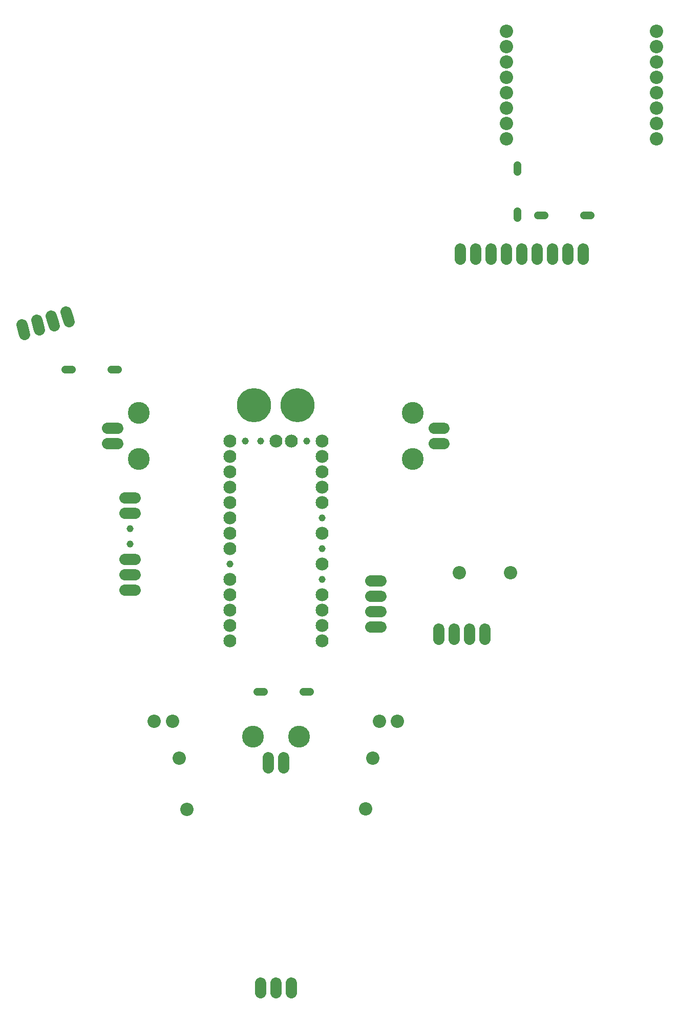
<source format=gbr>
G04 EAGLE Gerber RS-274X export*
G75*
%MOMM*%
%FSLAX34Y34*%
%LPD*%
%INSoldermask Top*%
%IPPOS*%
%AMOC8*
5,1,8,0,0,1.08239X$1,22.5*%
G01*
G04 Define Apertures*
%ADD10C,1.879600*%
%ADD11C,2.203200*%
%ADD12C,2.133600*%
%ADD13C,1.168400*%
%ADD14C,1.311200*%
%ADD15C,3.603200*%
%ADD16C,5.659200*%
%ADD17C,5.619200*%
D10*
X156878Y-1098860D02*
X173642Y-1098860D01*
X173642Y-1124260D02*
X156878Y-1124260D01*
X156878Y-1149660D02*
X173642Y-1149660D01*
X173642Y-1175060D02*
X156878Y-1175060D01*
D11*
X303100Y-1086000D03*
X388100Y-1086000D03*
X201000Y-1331000D03*
X171000Y-1331000D03*
X-201000Y-1331000D03*
X-171000Y-1331000D03*
D12*
X76200Y-1147760D03*
X76200Y-1122360D03*
X76200Y-1071560D03*
X76200Y-1020760D03*
X76200Y-969960D03*
X76200Y-944560D03*
X76200Y-919160D03*
X76200Y-893760D03*
X76200Y-868360D03*
X-76200Y-868360D03*
X-76200Y-893760D03*
X-76200Y-919160D03*
X-76200Y-944560D03*
X-76200Y-969960D03*
X-76200Y-995360D03*
X-76200Y-1020760D03*
X-76200Y-1046160D03*
X-76200Y-1096960D03*
X-76200Y-1122360D03*
X76200Y-1173160D03*
X-76200Y-1147760D03*
X76200Y-1198560D03*
X-76200Y-1198560D03*
X-76200Y-1173160D03*
X0Y-868360D03*
X25400Y-868360D03*
D13*
X-76200Y-1071560D03*
X-50800Y-868360D03*
X-25400Y-868360D03*
X50800Y-868360D03*
X76200Y-1046160D03*
X76200Y-1096960D03*
X76200Y-995360D03*
D11*
X148414Y-1476006D03*
X160537Y-1391875D03*
X-147349Y-1476590D03*
X-159326Y-1392438D03*
D10*
X-232918Y-1064100D02*
X-249682Y-1064100D01*
X-249682Y-987900D02*
X-232918Y-987900D01*
X-232918Y-1089500D02*
X-249682Y-1089500D01*
X-249682Y-1114900D02*
X-232918Y-1114900D01*
X-232918Y-962500D02*
X-249682Y-962500D01*
D13*
X-241300Y-1038700D03*
X-241300Y-1013300D03*
D10*
X269400Y-1179218D02*
X269400Y-1195982D01*
X294800Y-1195982D02*
X294800Y-1179218D01*
X320200Y-1179218D02*
X320200Y-1195982D01*
X345600Y-1195982D02*
X345600Y-1179218D01*
D11*
X381000Y-368300D03*
X381000Y-342900D03*
X381000Y-317500D03*
X381000Y-292100D03*
X381000Y-266700D03*
X381000Y-241300D03*
X381000Y-215900D03*
X381000Y-190500D03*
X629000Y-368300D03*
X629000Y-342900D03*
X629000Y-317500D03*
X629000Y-292100D03*
X629000Y-266700D03*
X629000Y-241300D03*
X629000Y-215900D03*
X629000Y-190500D03*
D10*
X406400Y-550418D02*
X406400Y-567182D01*
X431800Y-567182D02*
X431800Y-550418D01*
X457200Y-550418D02*
X457200Y-567182D01*
X482600Y-567182D02*
X482600Y-550418D01*
X508000Y-550418D02*
X508000Y-567182D01*
X381000Y-567182D02*
X381000Y-550418D01*
X355600Y-550418D02*
X355600Y-567182D01*
X330200Y-567182D02*
X330200Y-550418D01*
X304800Y-550418D02*
X304800Y-567182D01*
X-366482Y-677657D02*
X-371102Y-661542D01*
X-346686Y-654541D02*
X-342066Y-670655D01*
X-390898Y-684658D02*
X-395518Y-668543D01*
X-419934Y-675545D02*
X-415314Y-691659D01*
D14*
X-348440Y-749300D02*
X-337360Y-749300D01*
X-272240Y-749300D02*
X-261160Y-749300D01*
X399376Y-498640D02*
X399376Y-487560D01*
X399376Y-422440D02*
X399376Y-411360D01*
X432610Y-495000D02*
X443690Y-495000D01*
X508810Y-495000D02*
X519890Y-495000D01*
X56340Y-1281900D02*
X45260Y-1281900D01*
X-19860Y-1281900D02*
X-30940Y-1281900D01*
D10*
X-25400Y-1763518D02*
X-25400Y-1780282D01*
X0Y-1780282D02*
X0Y-1763518D01*
X25400Y-1763518D02*
X25400Y-1780282D01*
X-261618Y-872700D02*
X-278382Y-872700D01*
X-278382Y-847300D02*
X-261618Y-847300D01*
D15*
X-226500Y-898100D03*
X-226500Y-821900D03*
D10*
X12700Y-1391618D02*
X12700Y-1408382D01*
X-12700Y-1408382D02*
X-12700Y-1391618D01*
D15*
X38100Y-1356500D03*
X-38100Y-1356500D03*
D10*
X261618Y-847300D02*
X278382Y-847300D01*
X278382Y-872700D02*
X261618Y-872700D01*
D15*
X226500Y-821900D03*
X226500Y-898100D03*
D16*
X-36220Y-808500D03*
D17*
X35780Y-808500D03*
M02*

</source>
